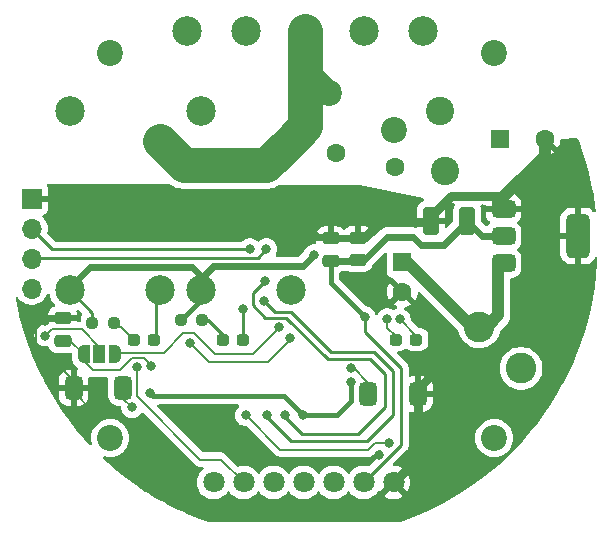
<source format=gtl>
G04 #@! TF.GenerationSoftware,KiCad,Pcbnew,8.0.8*
G04 #@! TF.CreationDate,2025-02-21T01:15:49+03:00*
G04 #@! TF.ProjectId,SMHome_2RelayBoardRound_ESP1M_v7,534d486f-6d65-45f3-9252-656c6179426f,12*
G04 #@! TF.SameCoordinates,Original*
G04 #@! TF.FileFunction,Copper,L1,Top*
G04 #@! TF.FilePolarity,Positive*
%FSLAX46Y46*%
G04 Gerber Fmt 4.6, Leading zero omitted, Abs format (unit mm)*
G04 Created by KiCad (PCBNEW 8.0.8) date 2025-02-21 01:15:49*
%MOMM*%
%LPD*%
G01*
G04 APERTURE LIST*
G04 Aperture macros list*
%AMRoundRect*
0 Rectangle with rounded corners*
0 $1 Rounding radius*
0 $2 $3 $4 $5 $6 $7 $8 $9 X,Y pos of 4 corners*
0 Add a 4 corners polygon primitive as box body*
4,1,4,$2,$3,$4,$5,$6,$7,$8,$9,$2,$3,0*
0 Add four circle primitives for the rounded corners*
1,1,$1+$1,$2,$3*
1,1,$1+$1,$4,$5*
1,1,$1+$1,$6,$7*
1,1,$1+$1,$8,$9*
0 Add four rect primitives between the rounded corners*
20,1,$1+$1,$2,$3,$4,$5,0*
20,1,$1+$1,$4,$5,$6,$7,0*
20,1,$1+$1,$6,$7,$8,$9,0*
20,1,$1+$1,$8,$9,$2,$3,0*%
%AMHorizOval*
0 Thick line with rounded ends*
0 $1 width*
0 $2 $3 position (X,Y) of the first rounded end (center of the circle)*
0 $4 $5 position (X,Y) of the second rounded end (center of the circle)*
0 Add line between two ends*
20,1,$1,$2,$3,$4,$5,0*
0 Add two circle primitives to create the rounded ends*
1,1,$1,$2,$3*
1,1,$1,$4,$5*%
%AMFreePoly0*
4,1,19,0.550000,-0.750000,0.000000,-0.750000,0.000000,-0.744911,-0.071157,-0.744911,-0.207708,-0.704816,-0.327430,-0.627875,-0.420627,-0.520320,-0.479746,-0.390866,-0.500000,-0.250000,-0.500000,0.250000,-0.479746,0.390866,-0.420627,0.520320,-0.327430,0.627875,-0.207708,0.704816,-0.071157,0.744911,0.000000,0.744911,0.000000,0.750000,0.550000,0.750000,0.550000,-0.750000,0.550000,-0.750000,
$1*%
%AMFreePoly1*
4,1,19,0.000000,0.744911,0.071157,0.744911,0.207708,0.704816,0.327430,0.627875,0.420627,0.520320,0.479746,0.390866,0.500000,0.250000,0.500000,-0.250000,0.479746,-0.390866,0.420627,-0.520320,0.327430,-0.627875,0.207708,-0.704816,0.071157,-0.744911,0.000000,-0.744911,0.000000,-0.750000,-0.550000,-0.750000,-0.550000,0.750000,0.000000,0.750000,0.000000,0.744911,0.000000,0.744911,
$1*%
G04 Aperture macros list end*
G04 #@! TA.AperFunction,SMDPad,CuDef*
%ADD10RoundRect,0.375000X-0.625000X-0.375000X0.625000X-0.375000X0.625000X0.375000X-0.625000X0.375000X0*%
G04 #@! TD*
G04 #@! TA.AperFunction,SMDPad,CuDef*
%ADD11RoundRect,0.500000X-0.500000X-1.400000X0.500000X-1.400000X0.500000X1.400000X-0.500000X1.400000X0*%
G04 #@! TD*
G04 #@! TA.AperFunction,SMDPad,CuDef*
%ADD12RoundRect,0.250000X0.475000X-0.250000X0.475000X0.250000X-0.475000X0.250000X-0.475000X-0.250000X0*%
G04 #@! TD*
G04 #@! TA.AperFunction,ComponentPad*
%ADD13C,1.800000*%
G04 #@! TD*
G04 #@! TA.AperFunction,ComponentPad*
%ADD14R,1.600000X1.600000*%
G04 #@! TD*
G04 #@! TA.AperFunction,ComponentPad*
%ADD15C,1.600000*%
G04 #@! TD*
G04 #@! TA.AperFunction,SMDPad,CuDef*
%ADD16RoundRect,0.250000X0.412500X0.925000X-0.412500X0.925000X-0.412500X-0.925000X0.412500X-0.925000X0*%
G04 #@! TD*
G04 #@! TA.AperFunction,SMDPad,CuDef*
%ADD17RoundRect,0.237500X0.287500X0.237500X-0.287500X0.237500X-0.287500X-0.237500X0.287500X-0.237500X0*%
G04 #@! TD*
G04 #@! TA.AperFunction,ComponentPad*
%ADD18C,2.500000*%
G04 #@! TD*
G04 #@! TA.AperFunction,ComponentPad*
%ADD19R,1.700000X1.700000*%
G04 #@! TD*
G04 #@! TA.AperFunction,ComponentPad*
%ADD20O,1.700000X1.700000*%
G04 #@! TD*
G04 #@! TA.AperFunction,SMDPad,CuDef*
%ADD21RoundRect,0.237500X-0.250000X-0.237500X0.250000X-0.237500X0.250000X0.237500X-0.250000X0.237500X0*%
G04 #@! TD*
G04 #@! TA.AperFunction,ComponentPad*
%ADD22C,2.200000*%
G04 #@! TD*
G04 #@! TA.AperFunction,SMDPad,CuDef*
%ADD23FreePoly0,0.000000*%
G04 #@! TD*
G04 #@! TA.AperFunction,SMDPad,CuDef*
%ADD24R,1.000000X1.500000*%
G04 #@! TD*
G04 #@! TA.AperFunction,SMDPad,CuDef*
%ADD25FreePoly1,0.000000*%
G04 #@! TD*
G04 #@! TA.AperFunction,SMDPad,CuDef*
%ADD26RoundRect,0.375000X0.375000X0.625000X-0.375000X0.625000X-0.375000X-0.625000X0.375000X-0.625000X0*%
G04 #@! TD*
G04 #@! TA.AperFunction,ComponentPad*
%ADD27C,2.600000*%
G04 #@! TD*
G04 #@! TA.AperFunction,ComponentPad*
%ADD28C,2.400000*%
G04 #@! TD*
G04 #@! TA.AperFunction,ComponentPad*
%ADD29HorizOval,2.400000X0.000000X0.000000X0.000000X0.000000X0*%
G04 #@! TD*
G04 #@! TA.AperFunction,SMDPad,CuDef*
%ADD30RoundRect,0.375000X-0.375000X-0.625000X0.375000X-0.625000X0.375000X0.625000X-0.375000X0.625000X0*%
G04 #@! TD*
G04 #@! TA.AperFunction,ViaPad*
%ADD31C,0.800000*%
G04 #@! TD*
G04 #@! TA.AperFunction,Conductor*
%ADD32C,0.600000*%
G04 #@! TD*
G04 #@! TA.AperFunction,Conductor*
%ADD33C,0.400000*%
G04 #@! TD*
G04 #@! TA.AperFunction,Conductor*
%ADD34C,0.800000*%
G04 #@! TD*
G04 #@! TA.AperFunction,Conductor*
%ADD35C,1.000000*%
G04 #@! TD*
G04 #@! TA.AperFunction,Conductor*
%ADD36C,0.200000*%
G04 #@! TD*
G04 #@! TA.AperFunction,Conductor*
%ADD37C,0.300000*%
G04 #@! TD*
G04 #@! TA.AperFunction,Conductor*
%ADD38C,0.250000*%
G04 #@! TD*
G04 #@! TA.AperFunction,Conductor*
%ADD39C,3.000000*%
G04 #@! TD*
G04 #@! TA.AperFunction,Conductor*
%ADD40C,2.000000*%
G04 #@! TD*
G04 APERTURE END LIST*
D10*
X165302800Y-101928300D03*
D11*
X171602800Y-104228300D03*
D10*
X165302800Y-104228300D03*
X165302800Y-106528300D03*
D12*
X152958800Y-106283800D03*
X152958800Y-104383800D03*
D13*
X140743600Y-125099400D03*
X143283600Y-125099400D03*
X145823600Y-125099400D03*
X148363600Y-125099400D03*
X150903600Y-125099400D03*
X153443600Y-125099400D03*
X155983600Y-125099400D03*
D14*
X165000949Y-96029400D03*
D15*
X168800949Y-96029400D03*
D12*
X127965200Y-113104000D03*
X127965200Y-111204000D03*
D16*
X162217900Y-102946200D03*
X159142900Y-102946200D03*
D12*
X150672800Y-106334600D03*
X150672800Y-104434600D03*
D17*
X143267400Y-113000000D03*
X141517400Y-113000000D03*
D18*
X128590040Y-93606620D03*
X136187180Y-96146620D03*
X128590040Y-108844080D03*
X136187180Y-108844080D03*
D19*
X125349000Y-101076600D03*
D20*
X125349000Y-103616600D03*
X125349000Y-106156600D03*
X125349000Y-108696600D03*
D21*
X137974700Y-111379000D03*
X139799700Y-111379000D03*
D15*
X156083600Y-98429400D03*
X151083600Y-97229400D03*
D22*
X164503100Y-88760300D03*
X150478000Y-92083000D03*
X156015200Y-95283400D03*
D21*
X130481700Y-111582200D03*
X132306700Y-111582200D03*
D23*
X129764000Y-114249200D03*
D24*
X131064000Y-114249200D03*
D25*
X132364000Y-114249200D03*
D22*
X164503100Y-121338500D03*
D17*
X157897800Y-113000000D03*
X156147800Y-113000000D03*
D18*
X158488400Y-86842600D03*
X153488400Y-86842600D03*
X148488400Y-86842600D03*
X143488400Y-86842600D03*
X138488400Y-86842600D03*
D26*
X133087800Y-117094000D03*
X128887800Y-117094000D03*
D22*
X131978400Y-88760300D03*
D27*
X166776400Y-115443000D03*
X163240866Y-111907466D03*
D28*
X159907981Y-93652068D03*
D29*
X160350732Y-98712737D03*
D14*
X156718000Y-106451400D03*
D15*
X156718000Y-108951400D03*
D18*
X139689840Y-93606620D03*
X147286980Y-96146620D03*
X139689840Y-108844080D03*
X147286980Y-108844080D03*
D22*
X131978400Y-121338500D03*
D30*
X153856000Y-117627400D03*
X158056000Y-117627400D03*
D17*
X135737600Y-113000000D03*
X133987600Y-113000000D03*
D31*
X126434800Y-111436200D03*
X159258000Y-115798600D03*
X169316400Y-110820200D03*
X169214800Y-113157000D03*
X169265600Y-111887000D03*
X141071600Y-120015000D03*
X170586400Y-110820200D03*
X154711400Y-122758200D03*
X170586400Y-111937800D03*
X148877800Y-103623600D03*
X170535600Y-113207800D03*
X154813000Y-103022400D03*
X130632200Y-119303800D03*
X135382000Y-117551200D03*
X152385600Y-116625800D03*
X153543000Y-111074200D03*
X148343600Y-119405400D03*
X156514800Y-111277400D03*
X149250400Y-105841800D03*
X152349200Y-115443000D03*
X145237200Y-119405400D03*
X144997000Y-109753400D03*
X143807608Y-105329800D03*
X146823600Y-119405400D03*
X145084763Y-108076963D03*
X145213600Y-105349400D03*
X143267400Y-110388400D03*
X147243800Y-112903000D03*
X155448000Y-111277400D03*
X138785600Y-113309400D03*
X155600400Y-121742200D03*
X143463600Y-119405400D03*
X146278600Y-111963200D03*
X135407400Y-115265200D03*
X133832600Y-118745000D03*
X134264400Y-115290600D03*
X126492000Y-112674400D03*
D32*
X149601300Y-104347100D02*
X148877800Y-103623600D01*
D33*
X156256400Y-125099400D02*
X155983600Y-125099400D01*
D34*
X159258000Y-115951000D02*
X158056000Y-117153000D01*
D35*
X168800949Y-97416451D02*
X168800949Y-96029400D01*
D34*
X154813000Y-103022400D02*
X153451600Y-104383800D01*
D36*
X125741200Y-112129800D02*
X125741200Y-113346000D01*
D34*
X152835700Y-104419400D02*
X152958800Y-104296300D01*
D36*
X130632200Y-119303800D02*
X130632200Y-119219400D01*
D35*
X159041300Y-103047800D02*
X159142900Y-102946200D01*
D34*
X154838400Y-103047800D02*
X159041300Y-103047800D01*
D32*
X150745100Y-104419400D02*
X152835700Y-104419400D01*
D37*
X126434800Y-111436200D02*
X126492000Y-111379000D01*
D34*
X164853600Y-101829400D02*
X164853600Y-100812600D01*
X162864800Y-115798600D02*
X166624000Y-112039400D01*
D37*
X126492000Y-111379000D02*
X127965200Y-111379000D01*
D34*
X158056000Y-117153000D02*
X158056000Y-117627400D01*
D35*
X164853600Y-101829400D02*
X164853600Y-101363800D01*
D34*
X166624000Y-112039400D02*
X170535600Y-112039400D01*
D36*
X126434800Y-111436200D02*
X125741200Y-112129800D01*
D34*
X158056000Y-117627400D02*
X158056000Y-123027000D01*
D36*
X125741200Y-113346000D02*
X128887800Y-116492600D01*
D34*
X154813000Y-103022400D02*
X154838400Y-103047800D01*
X153451600Y-104383800D02*
X152958800Y-104383800D01*
X150672800Y-104347100D02*
X150745100Y-104419400D01*
X158056000Y-123027000D02*
X155983600Y-125099400D01*
X160832800Y-100812600D02*
X159142900Y-102502500D01*
X170535600Y-112039400D02*
X169316400Y-110820200D01*
X159142900Y-102502500D02*
X159142900Y-102946200D01*
X159258000Y-115798600D02*
X162864800Y-115798600D01*
D36*
X128887800Y-117475000D02*
X128887800Y-117094000D01*
D34*
X164853600Y-100812600D02*
X160832800Y-100812600D01*
X159258000Y-115798600D02*
X159258000Y-115951000D01*
D36*
X128887800Y-116492600D02*
X128887800Y-117094000D01*
D35*
X164853600Y-101363800D02*
X168800949Y-97416451D01*
D32*
X150672800Y-104347100D02*
X149601300Y-104347100D01*
D36*
X130632200Y-119219400D02*
X128887800Y-117475000D01*
D32*
X152958800Y-104383800D02*
X152958800Y-104296300D01*
D33*
X152385600Y-116625800D02*
X152385600Y-118176900D01*
D32*
X150672800Y-106422100D02*
X150745100Y-106349800D01*
D33*
X148336000Y-119405400D02*
X148343600Y-119405400D01*
D32*
X158292800Y-104952800D02*
X160211300Y-104952800D01*
X155397200Y-104317800D02*
X157657800Y-104317800D01*
X157657800Y-104317800D02*
X158292800Y-104952800D01*
D33*
X125349000Y-108813600D02*
X125349000Y-108696600D01*
D38*
X153543000Y-111074200D02*
X153543000Y-112318800D01*
D32*
X160211300Y-104952800D02*
X162217900Y-102946200D01*
D33*
X151157100Y-119405400D02*
X148343600Y-119405400D01*
D38*
X153543000Y-112318800D02*
X156616400Y-115392200D01*
D32*
X164766800Y-104216200D02*
X163487900Y-104216200D01*
D33*
X146710400Y-117779800D02*
X148336000Y-119405400D01*
X135382000Y-117551200D02*
X135610600Y-117779800D01*
X150672800Y-108204000D02*
X150672800Y-106422100D01*
D32*
X163487900Y-104216200D02*
X162217900Y-102946200D01*
D33*
X135610600Y-117779800D02*
X146710400Y-117779800D01*
X153543000Y-111074200D02*
X150672800Y-108204000D01*
X152385600Y-118176900D02*
X151157100Y-119405400D01*
D32*
X164853600Y-104129400D02*
X164766800Y-104216200D01*
X153365200Y-106349800D02*
X155397200Y-104317800D01*
D38*
X156616400Y-121926600D02*
X153443600Y-125099400D01*
D32*
X150745100Y-106349800D02*
X153365200Y-106349800D01*
D38*
X156616400Y-115392200D02*
X156616400Y-121926600D01*
D36*
X156514800Y-111277400D02*
X157897800Y-112660400D01*
X157897800Y-112660400D02*
X157897800Y-112852200D01*
D38*
X130481700Y-110735740D02*
X128590040Y-108844080D01*
D35*
X162356800Y-111683800D02*
X164124000Y-111683800D01*
D32*
X140733600Y-106789400D02*
X139689840Y-107833160D01*
X139689840Y-107833160D02*
X139689840Y-108844080D01*
D35*
X164853600Y-110954200D02*
X164853600Y-106429400D01*
X156718000Y-106451400D02*
X157124400Y-106451400D01*
D32*
X128590040Y-108844080D02*
X128590040Y-108569760D01*
X138919600Y-106839400D02*
X139689840Y-107609640D01*
D35*
X164124000Y-111683800D02*
X164853600Y-110954200D01*
D32*
X146733600Y-106789400D02*
X140733600Y-106789400D01*
D33*
X139689840Y-109663860D02*
X137974700Y-111379000D01*
D35*
X157124400Y-106451400D02*
X162356800Y-111683800D01*
D32*
X130320400Y-106839400D02*
X138919600Y-106839400D01*
D33*
X139689840Y-108844080D02*
X139689840Y-109663860D01*
D32*
X139689840Y-107609640D02*
X139689840Y-108844080D01*
X128590040Y-108569760D02*
X130320400Y-106839400D01*
X149250400Y-105841800D02*
X148302800Y-106789400D01*
D38*
X130481700Y-111582200D02*
X130481700Y-110735740D01*
D32*
X148302800Y-106789400D02*
X146733600Y-106789400D01*
D36*
X152349200Y-115443000D02*
X152603200Y-115443000D01*
X152603200Y-115443000D02*
X153856000Y-116695800D01*
X153856000Y-116695800D02*
X153856000Y-117627400D01*
D38*
X143788008Y-105349400D02*
X127081800Y-105349400D01*
X150687968Y-114071400D02*
X147284368Y-110667800D01*
X155956000Y-119354600D02*
X155956000Y-115697000D01*
X153720800Y-121589800D02*
X155956000Y-119354600D01*
X154330400Y-114071400D02*
X150687968Y-114071400D01*
X127081800Y-105349400D02*
X125349000Y-103616600D01*
X143807608Y-105329800D02*
X143788008Y-105349400D01*
X147284368Y-110667800D02*
X145911400Y-110667800D01*
X155956000Y-115697000D02*
X154330400Y-114071400D01*
X145237200Y-119405400D02*
X145237200Y-119519396D01*
X145237200Y-119519396D02*
X147307604Y-121589800D01*
X147307604Y-121589800D02*
X153720800Y-121589800D01*
X145911400Y-110667800D02*
X144997000Y-109753400D01*
X125450800Y-106054800D02*
X125349000Y-106156600D01*
X146823600Y-119569400D02*
X146823600Y-119405400D01*
X153009600Y-120980200D02*
X148234400Y-120980200D01*
X145213600Y-105349400D02*
X144508200Y-106054800D01*
X145135600Y-111175800D02*
X146913600Y-111175800D01*
X146913600Y-111175800D02*
X150418800Y-114681000D01*
X144508200Y-106054800D02*
X125450800Y-106054800D01*
X148234400Y-120980200D02*
X146823600Y-119569400D01*
X144068800Y-109092926D02*
X144068800Y-110109000D01*
X154025600Y-114681000D02*
X155295600Y-115951000D01*
X155295600Y-115951000D02*
X155295600Y-118694200D01*
X144068800Y-110109000D02*
X145135600Y-111175800D01*
X155295600Y-118694200D02*
X153009600Y-120980200D01*
X150418800Y-114681000D02*
X154025600Y-114681000D01*
X145084763Y-108076963D02*
X144068800Y-109092926D01*
X135839200Y-112496600D02*
X135737600Y-112598200D01*
X136187180Y-108844080D02*
X135839200Y-109192060D01*
X135839200Y-109192060D02*
X135839200Y-112496600D01*
X143267400Y-110388400D02*
X143267400Y-112598200D01*
D36*
X155448000Y-111988600D02*
X156147800Y-112688400D01*
X140385800Y-114909600D02*
X138785600Y-113309400D01*
X155448000Y-111277400D02*
X155448000Y-111988600D01*
X145338800Y-114909600D02*
X140385800Y-114909600D01*
X156147800Y-112688400D02*
X156147800Y-112852200D01*
X147243800Y-113004600D02*
X145338800Y-114909600D01*
X147243800Y-112903000D02*
X147243800Y-113004600D01*
X132900000Y-111912400D02*
X132636900Y-111912400D01*
X132636900Y-111912400D02*
X132306700Y-111582200D01*
X133987600Y-113000000D02*
X132900000Y-111912400D01*
D38*
X139799700Y-111379000D02*
X140298200Y-111379000D01*
X140298200Y-111379000D02*
X141517400Y-112598200D01*
D36*
X146405600Y-122326400D02*
X143484600Y-119405400D01*
X155600400Y-121742200D02*
X154432000Y-121742200D01*
X154432000Y-121742200D02*
X153847800Y-122326400D01*
X143484600Y-119405400D02*
X143463600Y-119405400D01*
X153847800Y-122326400D02*
X146405600Y-122326400D01*
D39*
X138262360Y-98221800D02*
X136187180Y-96146620D01*
X148488400Y-94945200D02*
X148488400Y-86842600D01*
D40*
X148488400Y-90093400D02*
X150478000Y-92083000D01*
D39*
X147286980Y-96146620D02*
X145211800Y-98221800D01*
X145211800Y-98221800D02*
X138262360Y-98221800D01*
X147286980Y-96146620D02*
X148488400Y-94945200D01*
X148488400Y-86842600D02*
X148488400Y-90093400D01*
D36*
X146278600Y-112039400D02*
X144068800Y-114249200D01*
X144068800Y-114249200D02*
X140868400Y-114249200D01*
X132516400Y-114096800D02*
X132364000Y-114249200D01*
X139065000Y-112445800D02*
X138176000Y-112445800D01*
X140868400Y-114249200D02*
X139065000Y-112445800D01*
X146278600Y-111963200D02*
X146278600Y-112039400D01*
X138176000Y-112445800D02*
X136525000Y-114096800D01*
X136525000Y-114096800D02*
X132516400Y-114096800D01*
X135407400Y-115265200D02*
X135407400Y-115138200D01*
X134859800Y-114590600D02*
X133822050Y-114590600D01*
X133822050Y-114590600D02*
X132817250Y-115595400D01*
X128618800Y-113104000D02*
X129764000Y-114249200D01*
X135407400Y-115138200D02*
X134859800Y-114590600D01*
X130530600Y-115595400D02*
X129764000Y-114828800D01*
X127965200Y-113104000D02*
X128618800Y-113104000D01*
X129764000Y-114828800D02*
X129764000Y-114249200D01*
X132817250Y-115595400D02*
X130530600Y-115595400D01*
X133087800Y-118000200D02*
X133087800Y-117094000D01*
X133832600Y-118745000D02*
X133087800Y-118000200D01*
X134264400Y-115290600D02*
X134264400Y-117805200D01*
X134264400Y-117805200D02*
X139623800Y-123164600D01*
X139623800Y-123164600D02*
X141348800Y-123164600D01*
X141348800Y-123164600D02*
X143283600Y-125099400D01*
X127025400Y-112141000D02*
X129616200Y-112141000D01*
X131064000Y-113588800D02*
X131064000Y-114249200D01*
X126492000Y-112674400D02*
X127025400Y-112141000D01*
X129616200Y-112141000D02*
X131064000Y-113588800D01*
G04 #@! TA.AperFunction,Conductor*
G36*
X171537800Y-95938735D02*
G01*
X171586915Y-95990002D01*
X171591855Y-96000733D01*
X171638687Y-96116447D01*
X171640447Y-96121052D01*
X171843719Y-96685897D01*
X171958280Y-97004237D01*
X171967761Y-97030581D01*
X171969339Y-97035252D01*
X172260823Y-97956899D01*
X172262217Y-97961627D01*
X172517416Y-98893937D01*
X172518625Y-98898717D01*
X172737167Y-99840346D01*
X172738187Y-99845169D01*
X172919721Y-100794595D01*
X172920552Y-100799455D01*
X173064806Y-101755266D01*
X173065446Y-101760154D01*
X173102343Y-102092207D01*
X173089987Y-102162120D01*
X173041794Y-102214254D01*
X172973066Y-102232057D01*
X172905623Y-102209876D01*
X172879715Y-102186055D01*
X172819013Y-102112090D01*
X172665524Y-101986124D01*
X172490414Y-101892525D01*
X172490399Y-101892519D01*
X172300406Y-101834885D01*
X172300394Y-101834883D01*
X172152326Y-101820300D01*
X171856800Y-101820300D01*
X171856800Y-106636300D01*
X172152309Y-106636300D01*
X172152326Y-106636299D01*
X172300394Y-106621716D01*
X172300406Y-106621714D01*
X172490399Y-106564080D01*
X172490414Y-106564074D01*
X172665524Y-106470475D01*
X172819011Y-106344511D01*
X172944975Y-106191024D01*
X173006657Y-106075626D01*
X173056409Y-106024978D01*
X173125645Y-106009268D01*
X173192384Y-106033484D01*
X173235437Y-106089937D01*
X173243647Y-106140798D01*
X173222434Y-106603094D01*
X173222111Y-106608013D01*
X173140063Y-107571126D01*
X173139549Y-107576029D01*
X173019882Y-108535241D01*
X173019176Y-108540120D01*
X172862082Y-109493893D01*
X172861186Y-109498741D01*
X172666893Y-110445673D01*
X172665807Y-110450482D01*
X172434633Y-111389032D01*
X172433361Y-111393795D01*
X172165636Y-112322625D01*
X172164178Y-112327335D01*
X171860327Y-113244969D01*
X171858686Y-113249618D01*
X171519173Y-114154653D01*
X171517352Y-114159234D01*
X171142679Y-115050333D01*
X171140679Y-115054839D01*
X170731456Y-115930549D01*
X170729282Y-115934974D01*
X170286095Y-116794044D01*
X170283749Y-116798380D01*
X169807320Y-117639410D01*
X169804807Y-117643652D01*
X169295814Y-118465445D01*
X169293137Y-118469584D01*
X168752392Y-119270828D01*
X168749554Y-119274860D01*
X168177892Y-120054319D01*
X168174899Y-120058237D01*
X167573176Y-120814743D01*
X167570033Y-120818540D01*
X166939173Y-121550933D01*
X166935883Y-121554605D01*
X166276852Y-122261760D01*
X166273421Y-122265300D01*
X165587233Y-122946133D01*
X165583666Y-122949536D01*
X164871366Y-123603005D01*
X164867668Y-123606266D01*
X164130368Y-124231356D01*
X164126546Y-124234470D01*
X163365341Y-124830250D01*
X163361400Y-124833212D01*
X162577481Y-125398752D01*
X162573427Y-125401558D01*
X161767980Y-125935999D01*
X161763820Y-125938644D01*
X160938068Y-126441178D01*
X160933807Y-126443658D01*
X160089040Y-126913498D01*
X160084686Y-126915809D01*
X159222200Y-127352235D01*
X159217758Y-127354375D01*
X158338836Y-127756737D01*
X158334314Y-127758701D01*
X157440323Y-128126371D01*
X157435728Y-128128156D01*
X156576532Y-128442815D01*
X156533202Y-128450500D01*
X140291428Y-128450500D01*
X140247932Y-128442754D01*
X139374093Y-128121340D01*
X139369426Y-128119518D01*
X138497174Y-127758701D01*
X138461186Y-127743814D01*
X138456614Y-127741815D01*
X138230538Y-127637586D01*
X137564038Y-127330305D01*
X137559531Y-127328117D01*
X136684053Y-126881464D01*
X136679636Y-126879099D01*
X135822593Y-126397985D01*
X135818273Y-126395446D01*
X135814667Y-126393229D01*
X135185827Y-126006563D01*
X134981011Y-125880624D01*
X134976817Y-125877929D01*
X134160689Y-125330231D01*
X134156602Y-125327368D01*
X133362917Y-124747674D01*
X133358930Y-124744639D01*
X132588912Y-124133845D01*
X132585049Y-124130654D01*
X132362085Y-123938870D01*
X131839898Y-123489707D01*
X131836192Y-123486389D01*
X131423560Y-123101884D01*
X131387360Y-123040811D01*
X131389924Y-122969861D01*
X131430440Y-122911560D01*
X131496044Y-122884419D01*
X131538867Y-122887183D01*
X131725997Y-122932109D01*
X131978400Y-122951974D01*
X132230803Y-122932109D01*
X132476991Y-122873005D01*
X132710902Y-122776116D01*
X132926776Y-122643828D01*
X133119298Y-122479398D01*
X133283728Y-122286876D01*
X133416016Y-122071002D01*
X133512905Y-121837091D01*
X133572009Y-121590903D01*
X133591874Y-121338500D01*
X133572009Y-121086097D01*
X133512905Y-120839909D01*
X133416016Y-120605998D01*
X133283728Y-120390124D01*
X133119298Y-120197602D01*
X132926776Y-120033172D01*
X132710902Y-119900884D01*
X132593113Y-119852094D01*
X132476989Y-119803994D01*
X132308577Y-119763562D01*
X132230803Y-119744891D01*
X131978400Y-119725026D01*
X131725997Y-119744891D01*
X131479810Y-119803994D01*
X131245899Y-119900883D01*
X131030025Y-120033171D01*
X130837502Y-120197602D01*
X130673071Y-120390125D01*
X130540783Y-120605999D01*
X130443894Y-120839910D01*
X130384791Y-121086097D01*
X130364926Y-121338500D01*
X130384791Y-121590903D01*
X130428325Y-121772238D01*
X130424777Y-121843146D01*
X130383457Y-121900879D01*
X130317484Y-121927109D01*
X130247802Y-121913506D01*
X130212855Y-121886717D01*
X129754674Y-121386067D01*
X129751366Y-121382304D01*
X129293242Y-120839910D01*
X129117156Y-120631432D01*
X129114038Y-120627589D01*
X128510178Y-119852090D01*
X128507182Y-119848081D01*
X128475586Y-119803994D01*
X127934621Y-119049178D01*
X127931812Y-119045088D01*
X127391480Y-118224076D01*
X127388811Y-118219840D01*
X127378400Y-118202562D01*
X127124262Y-117780800D01*
X127629800Y-117780800D01*
X127635868Y-117857901D01*
X127683907Y-118037181D01*
X127768174Y-118202562D01*
X127768176Y-118202565D01*
X127884985Y-118346814D01*
X128029234Y-118463623D01*
X128029237Y-118463625D01*
X128194618Y-118547892D01*
X128373898Y-118595931D01*
X128450999Y-118602000D01*
X128633800Y-118602000D01*
X129141800Y-118602000D01*
X129324601Y-118602000D01*
X129401701Y-118595931D01*
X129580981Y-118547892D01*
X129746362Y-118463625D01*
X129746365Y-118463623D01*
X129890614Y-118346814D01*
X130007423Y-118202565D01*
X130007425Y-118202562D01*
X130091692Y-118037181D01*
X130139731Y-117857901D01*
X130145800Y-117780800D01*
X130145800Y-117348000D01*
X129141800Y-117348000D01*
X129141800Y-118602000D01*
X128633800Y-118602000D01*
X128633800Y-117348000D01*
X127629800Y-117348000D01*
X127629800Y-117780800D01*
X127124262Y-117780800D01*
X126881537Y-117377979D01*
X126879059Y-117373676D01*
X126405635Y-116512275D01*
X126403350Y-116507913D01*
X126353104Y-116407199D01*
X127629800Y-116407199D01*
X127629800Y-116840000D01*
X128633800Y-116840000D01*
X128633800Y-115586000D01*
X128450999Y-115586000D01*
X128373898Y-115592068D01*
X128194618Y-115640107D01*
X128029237Y-115724374D01*
X128029234Y-115724376D01*
X127884985Y-115841185D01*
X127768176Y-115985434D01*
X127768174Y-115985437D01*
X127683907Y-116150818D01*
X127635868Y-116330098D01*
X127629800Y-116407199D01*
X126353104Y-116407199D01*
X125964551Y-115628383D01*
X125962444Y-115623942D01*
X125558938Y-114727616D01*
X125556996Y-114723060D01*
X125553584Y-114714598D01*
X125306258Y-114101140D01*
X125189487Y-113811505D01*
X125187706Y-113806822D01*
X124987053Y-113245780D01*
X124856718Y-112881354D01*
X124855130Y-112876619D01*
X124853588Y-112871700D01*
X124561204Y-111938746D01*
X124559802Y-111933937D01*
X124546113Y-111883282D01*
X124303389Y-110985101D01*
X124302181Y-110980245D01*
X124269218Y-110835670D01*
X124083703Y-110022007D01*
X124082688Y-110017111D01*
X123996046Y-109552591D01*
X124003219Y-109481960D01*
X124047440Y-109426417D01*
X124114670Y-109403599D01*
X124183563Y-109420751D01*
X124225393Y-109460575D01*
X124273275Y-109533865D01*
X124273279Y-109533870D01*
X124425762Y-109699508D01*
X124438645Y-109709535D01*
X124603424Y-109837789D01*
X124801426Y-109944942D01*
X124801427Y-109944942D01*
X124801428Y-109944943D01*
X124879457Y-109971730D01*
X125014365Y-110018044D01*
X125236431Y-110055100D01*
X125236435Y-110055100D01*
X125461565Y-110055100D01*
X125461569Y-110055100D01*
X125683635Y-110018044D01*
X125896574Y-109944942D01*
X126094576Y-109837789D01*
X126272240Y-109699506D01*
X126424722Y-109533868D01*
X126547860Y-109345391D01*
X126626660Y-109165743D01*
X126672339Y-109111397D01*
X126740151Y-109090373D01*
X126808565Y-109109349D01*
X126855860Y-109162299D01*
X126864887Y-109188321D01*
X126900738Y-109345393D01*
X126904953Y-109363860D01*
X126956000Y-109493925D01*
X127001242Y-109609200D01*
X127001245Y-109609208D01*
X127133022Y-109837452D01*
X127133024Y-109837455D01*
X127133025Y-109837456D01*
X127293351Y-110038499D01*
X127295587Y-110041302D01*
X127322421Y-110107032D01*
X127309459Y-110176836D01*
X127260816Y-110228550D01*
X127236709Y-110239466D01*
X127167678Y-110262340D01*
X127016860Y-110355365D01*
X127016854Y-110355370D01*
X126891570Y-110480654D01*
X126891565Y-110480660D01*
X126798542Y-110631474D01*
X126742806Y-110799678D01*
X126742805Y-110799681D01*
X126732200Y-110903483D01*
X126732200Y-110950000D01*
X129198200Y-110950000D01*
X129198200Y-110903483D01*
X129187594Y-110799681D01*
X129187592Y-110799669D01*
X129137970Y-110649921D01*
X129135529Y-110578967D01*
X129171837Y-110517956D01*
X129220439Y-110489885D01*
X129232122Y-110486282D01*
X129238805Y-110484221D01*
X129239486Y-110486432D01*
X129300700Y-110480846D01*
X129363667Y-110513644D01*
X129365429Y-110515373D01*
X129605043Y-110754987D01*
X129639069Y-110817299D01*
X129634004Y-110888114D01*
X129623189Y-110910229D01*
X129550991Y-111027280D01*
X129496137Y-111192822D01*
X129485700Y-111294978D01*
X129485700Y-111406500D01*
X129465698Y-111474621D01*
X129412042Y-111521114D01*
X129359700Y-111532500D01*
X129324200Y-111532500D01*
X129256079Y-111512498D01*
X129238174Y-111491834D01*
X129235105Y-111494904D01*
X129198201Y-111458000D01*
X126732200Y-111458000D01*
X126732200Y-111504515D01*
X126733859Y-111520763D01*
X126720880Y-111590563D01*
X126672225Y-111642266D01*
X126671514Y-111642679D01*
X126651779Y-111654073D01*
X126651771Y-111654079D01*
X126614314Y-111691537D01*
X126576854Y-111728996D01*
X126514545Y-111763020D01*
X126487761Y-111765900D01*
X126396513Y-111765900D01*
X126209711Y-111805606D01*
X126035247Y-111883282D01*
X125880744Y-111995535D01*
X125752965Y-112137448D01*
X125752958Y-112137458D01*
X125657476Y-112302838D01*
X125657473Y-112302845D01*
X125598457Y-112484472D01*
X125578496Y-112674400D01*
X125598457Y-112864327D01*
X125623519Y-112941456D01*
X125657473Y-113045956D01*
X125679007Y-113083254D01*
X125752958Y-113211341D01*
X125752965Y-113211351D01*
X125880744Y-113353264D01*
X125880747Y-113353266D01*
X126035248Y-113465518D01*
X126209712Y-113543194D01*
X126396513Y-113582900D01*
X126587485Y-113582900D01*
X126587487Y-113582900D01*
X126644856Y-113570705D01*
X126715643Y-113576105D01*
X126772276Y-113618921D01*
X126790655Y-113654316D01*
X126797696Y-113675566D01*
X126798085Y-113676738D01*
X126849487Y-113760074D01*
X126891170Y-113827652D01*
X126891175Y-113827658D01*
X127016541Y-113953024D01*
X127016547Y-113953029D01*
X127016548Y-113953030D01*
X127167462Y-114046115D01*
X127335774Y-114101887D01*
X127439655Y-114112500D01*
X128490744Y-114112499D01*
X128594626Y-114101887D01*
X128594635Y-114101883D01*
X128598112Y-114101140D01*
X128600322Y-114101305D01*
X128601470Y-114101188D01*
X128601490Y-114101392D01*
X128668911Y-114106432D01*
X128725610Y-114149161D01*
X128750207Y-114215760D01*
X128750500Y-114224346D01*
X128750500Y-114514921D01*
X128750585Y-114515712D01*
X128750585Y-114572284D01*
X128769764Y-114705670D01*
X128769764Y-114705675D01*
X128769765Y-114705675D01*
X128771047Y-114714598D01*
X128812223Y-114854826D01*
X128812229Y-114854841D01*
X128871950Y-114985612D01*
X128871953Y-114985617D01*
X128950968Y-115108568D01*
X128950970Y-115108570D01*
X129042213Y-115213872D01*
X129043630Y-115215629D01*
X129045125Y-115217233D01*
X129155584Y-115312945D01*
X129219471Y-115354003D01*
X129265964Y-115407658D01*
X129276068Y-115477931D01*
X129246575Y-115542512D01*
X129186848Y-115580896D01*
X129151350Y-115586000D01*
X129141800Y-115586000D01*
X129141800Y-116840000D01*
X130145800Y-116840000D01*
X130145800Y-116407199D01*
X130139731Y-116330100D01*
X130135748Y-116315234D01*
X130137436Y-116244258D01*
X130177229Y-116185461D01*
X130242493Y-116157512D01*
X130290067Y-116160915D01*
X130295725Y-116162431D01*
X130295727Y-116162432D01*
X130320817Y-116169154D01*
X130339489Y-116174158D01*
X130339490Y-116174158D01*
X130450489Y-116203900D01*
X130450490Y-116203900D01*
X130610710Y-116203900D01*
X131708991Y-116203900D01*
X131777112Y-116223902D01*
X131823605Y-116277558D01*
X131834602Y-116339787D01*
X131829300Y-116407145D01*
X131829300Y-117780841D01*
X131835369Y-117857969D01*
X131883437Y-118037360D01*
X131967752Y-118202837D01*
X131967757Y-118202846D01*
X132084629Y-118347170D01*
X132228953Y-118464042D01*
X132228958Y-118464045D01*
X132228961Y-118464047D01*
X132394438Y-118548362D01*
X132573829Y-118596430D01*
X132650957Y-118602500D01*
X132777359Y-118602499D01*
X132845480Y-118622501D01*
X132866455Y-118639404D01*
X132882191Y-118655140D01*
X132916217Y-118717452D01*
X132919096Y-118744235D01*
X132919096Y-118744999D01*
X132939057Y-118934927D01*
X132959370Y-118997442D01*
X132998073Y-119116556D01*
X132998076Y-119116561D01*
X133093558Y-119281941D01*
X133093565Y-119281951D01*
X133221344Y-119423864D01*
X133221347Y-119423866D01*
X133375848Y-119536118D01*
X133550312Y-119613794D01*
X133737113Y-119653500D01*
X133928087Y-119653500D01*
X134114888Y-119613794D01*
X134289352Y-119536118D01*
X134443853Y-119423866D01*
X134571640Y-119281944D01*
X134602624Y-119228278D01*
X134654003Y-119179287D01*
X134723717Y-119165850D01*
X134789628Y-119192237D01*
X134800836Y-119202185D01*
X139250165Y-123651515D01*
X139250170Y-123651519D01*
X139250172Y-123651521D01*
X139250173Y-123651522D01*
X139250175Y-123651523D01*
X139318378Y-123690900D01*
X139388927Y-123731632D01*
X139466308Y-123752366D01*
X139543689Y-123773100D01*
X139543690Y-123773100D01*
X139703910Y-123773100D01*
X139787426Y-123773100D01*
X139855547Y-123793102D01*
X139902040Y-123846758D01*
X139912144Y-123917032D01*
X139882650Y-123981612D01*
X139864819Y-123998529D01*
X139831323Y-124024600D01*
X139786378Y-124059583D01*
X139786374Y-124059586D01*
X139628285Y-124231316D01*
X139500615Y-124426731D01*
X139406852Y-124640489D01*
X139406849Y-124640496D01*
X139349550Y-124866766D01*
X139349549Y-124866772D01*
X139349549Y-124866774D01*
X139330273Y-125099400D01*
X139349401Y-125330242D01*
X139349550Y-125332033D01*
X139406849Y-125558303D01*
X139406852Y-125558310D01*
X139500615Y-125772068D01*
X139628285Y-125967483D01*
X139786374Y-126139213D01*
X139786378Y-126139217D01*
X139852250Y-126190487D01*
X139970583Y-126282590D01*
X140175873Y-126393687D01*
X140396649Y-126469480D01*
X140626888Y-126507900D01*
X140626892Y-126507900D01*
X140860308Y-126507900D01*
X140860312Y-126507900D01*
X141090551Y-126469480D01*
X141311327Y-126393687D01*
X141516617Y-126282590D01*
X141700820Y-126139218D01*
X141858914Y-125967483D01*
X141908117Y-125892171D01*
X141962120Y-125846083D01*
X142032468Y-125836508D01*
X142096825Y-125866485D01*
X142119083Y-125892172D01*
X142168285Y-125967483D01*
X142326374Y-126139213D01*
X142326378Y-126139217D01*
X142392250Y-126190487D01*
X142510583Y-126282590D01*
X142715873Y-126393687D01*
X142936649Y-126469480D01*
X143166888Y-126507900D01*
X143166892Y-126507900D01*
X143400308Y-126507900D01*
X143400312Y-126507900D01*
X143630551Y-126469480D01*
X143851327Y-126393687D01*
X144056617Y-126282590D01*
X144240820Y-126139218D01*
X144398914Y-125967483D01*
X144448117Y-125892171D01*
X144502120Y-125846083D01*
X144572468Y-125836508D01*
X144636825Y-125866485D01*
X144659083Y-125892172D01*
X144708285Y-125967483D01*
X144866374Y-126139213D01*
X144866378Y-126139217D01*
X144932250Y-126190487D01*
X145050583Y-126282590D01*
X145255873Y-126393687D01*
X145476649Y-126469480D01*
X145706888Y-126507900D01*
X145706892Y-126507900D01*
X145940308Y-126507900D01*
X145940312Y-126507900D01*
X146170551Y-126469480D01*
X146391327Y-126393687D01*
X146596617Y-126282590D01*
X146780820Y-126139218D01*
X146938914Y-125967483D01*
X146988117Y-125892171D01*
X147042120Y-125846083D01*
X147112468Y-125836508D01*
X147176825Y-125866485D01*
X147199083Y-125892172D01*
X147248285Y-125967483D01*
X147406374Y-126139213D01*
X147406378Y-126139217D01*
X147472250Y-126190487D01*
X147590583Y-126282590D01*
X147795873Y-126393687D01*
X148016649Y-126469480D01*
X148246888Y-126507900D01*
X148246892Y-126507900D01*
X148480308Y-126507900D01*
X148480312Y-126507900D01*
X148710551Y-126469480D01*
X148931327Y-126393687D01*
X149136617Y-126282590D01*
X149320820Y-126139218D01*
X149478914Y-125967483D01*
X149528117Y-125892171D01*
X149582120Y-125846083D01*
X149652468Y-125836508D01*
X149716825Y-125866485D01*
X149739083Y-125892172D01*
X149788285Y-125967483D01*
X149946374Y-126139213D01*
X149946378Y-126139217D01*
X150012250Y-126190487D01*
X150130583Y-126282590D01*
X150335873Y-126393687D01*
X150556649Y-126469480D01*
X150786888Y-126507900D01*
X150786892Y-126507900D01*
X151020308Y-126507900D01*
X151020312Y-126507900D01*
X151250551Y-126469480D01*
X151471327Y-126393687D01*
X151676617Y-126282590D01*
X151860820Y-126139218D01*
X152018914Y-125967483D01*
X152068117Y-125892171D01*
X152122120Y-125846083D01*
X152192468Y-125836508D01*
X152256825Y-125866485D01*
X152279083Y-125892172D01*
X152328285Y-125967483D01*
X152486374Y-126139213D01*
X152486378Y-126139217D01*
X152552250Y-126190487D01*
X152670583Y-126282590D01*
X152875873Y-126393687D01*
X153096649Y-126469480D01*
X153326888Y-126507900D01*
X153326892Y-126507900D01*
X153560308Y-126507900D01*
X153560312Y-126507900D01*
X153790551Y-126469480D01*
X154011327Y-126393687D01*
X154216617Y-126282590D01*
X154400820Y-126139218D01*
X154558914Y-125967483D01*
X154608415Y-125891714D01*
X154662416Y-125845628D01*
X154732764Y-125836052D01*
X154797122Y-125866028D01*
X154819380Y-125891715D01*
X154824395Y-125899391D01*
X154824396Y-125899392D01*
X155458616Y-125265172D01*
X155471082Y-125311692D01*
X155543490Y-125437108D01*
X155645892Y-125539510D01*
X155771308Y-125611918D01*
X155817826Y-125624382D01*
X155182280Y-126259928D01*
X155182281Y-126259929D01*
X155210849Y-126282165D01*
X155210858Y-126282171D01*
X155416074Y-126393227D01*
X155416077Y-126393229D01*
X155636767Y-126468992D01*
X155636776Y-126468994D01*
X155866934Y-126507400D01*
X156100266Y-126507400D01*
X156330423Y-126468994D01*
X156330432Y-126468992D01*
X156551122Y-126393229D01*
X156551125Y-126393227D01*
X156756338Y-126282172D01*
X156784917Y-126259928D01*
X156149372Y-125624382D01*
X156195892Y-125611918D01*
X156321308Y-125539510D01*
X156423710Y-125437108D01*
X156496118Y-125311692D01*
X156508583Y-125265171D01*
X157142803Y-125899391D01*
X157226144Y-125771827D01*
X157319873Y-125558147D01*
X157319875Y-125558143D01*
X157377155Y-125331949D01*
X157396425Y-125099400D01*
X157377155Y-124866850D01*
X157319875Y-124640656D01*
X157319873Y-124640652D01*
X157226147Y-124426978D01*
X157226140Y-124426966D01*
X157142802Y-124299407D01*
X156508582Y-124933626D01*
X156496118Y-124887108D01*
X156423710Y-124761692D01*
X156321308Y-124659290D01*
X156195892Y-124586882D01*
X156149372Y-124574416D01*
X156784918Y-123938870D01*
X156756343Y-123916629D01*
X156756341Y-123916628D01*
X156551125Y-123805572D01*
X156551122Y-123805570D01*
X156330432Y-123729807D01*
X156330423Y-123729805D01*
X156100266Y-123691400D01*
X156051694Y-123691400D01*
X155983573Y-123671398D01*
X155937080Y-123617742D01*
X155926976Y-123547468D01*
X155956470Y-123482888D01*
X155962585Y-123476318D01*
X157108472Y-122330433D01*
X157177801Y-122226675D01*
X157225555Y-122111385D01*
X157249900Y-121988994D01*
X157249900Y-121864206D01*
X157249900Y-121338500D01*
X162889626Y-121338500D01*
X162909491Y-121590902D01*
X162968594Y-121837089D01*
X163005882Y-121927109D01*
X163065484Y-122071002D01*
X163197772Y-122286876D01*
X163362202Y-122479398D01*
X163554724Y-122643828D01*
X163770598Y-122776116D01*
X164004509Y-122873005D01*
X164250697Y-122932109D01*
X164503100Y-122951974D01*
X164755503Y-122932109D01*
X165001691Y-122873005D01*
X165235602Y-122776116D01*
X165451476Y-122643828D01*
X165643998Y-122479398D01*
X165808428Y-122286876D01*
X165940716Y-122071002D01*
X166037605Y-121837091D01*
X166096709Y-121590903D01*
X166116574Y-121338500D01*
X166096709Y-121086097D01*
X166037605Y-120839909D01*
X165940716Y-120605998D01*
X165808428Y-120390124D01*
X165643998Y-120197602D01*
X165451476Y-120033172D01*
X165235602Y-119900884D01*
X165117813Y-119852094D01*
X165001689Y-119803994D01*
X164833277Y-119763562D01*
X164755503Y-119744891D01*
X164503100Y-119725026D01*
X164250697Y-119744891D01*
X164004510Y-119803994D01*
X163770599Y-119900883D01*
X163554725Y-120033171D01*
X163362202Y-120197602D01*
X163197771Y-120390125D01*
X163065483Y-120605999D01*
X162968594Y-120839910D01*
X162909491Y-121086097D01*
X162889626Y-121338500D01*
X157249900Y-121338500D01*
X157249900Y-119215242D01*
X157269902Y-119147121D01*
X157323558Y-119100628D01*
X157393832Y-119090524D01*
X157408512Y-119093536D01*
X157542098Y-119129331D01*
X157619199Y-119135400D01*
X157802000Y-119135400D01*
X158310000Y-119135400D01*
X158492801Y-119135400D01*
X158569901Y-119129331D01*
X158749181Y-119081292D01*
X158914562Y-118997025D01*
X158914565Y-118997023D01*
X159058814Y-118880214D01*
X159175623Y-118735965D01*
X159175625Y-118735962D01*
X159259892Y-118570581D01*
X159307931Y-118391301D01*
X159314000Y-118314200D01*
X159314000Y-117881400D01*
X158310000Y-117881400D01*
X158310000Y-119135400D01*
X157802000Y-119135400D01*
X157802000Y-117373400D01*
X158310000Y-117373400D01*
X159314000Y-117373400D01*
X159314000Y-116940599D01*
X159307931Y-116863498D01*
X159259892Y-116684218D01*
X159175625Y-116518837D01*
X159175623Y-116518834D01*
X159058814Y-116374585D01*
X158914565Y-116257776D01*
X158914562Y-116257774D01*
X158749181Y-116173507D01*
X158569901Y-116125468D01*
X158492801Y-116119400D01*
X158310000Y-116119400D01*
X158310000Y-117373400D01*
X157802000Y-117373400D01*
X157802000Y-116119400D01*
X157619199Y-116119400D01*
X157542102Y-116125468D01*
X157408511Y-116161264D01*
X157337535Y-116159574D01*
X157278739Y-116119780D01*
X157250791Y-116054516D01*
X157249900Y-116039557D01*
X157249900Y-115443000D01*
X164962829Y-115443000D01*
X164983085Y-115713302D01*
X165043401Y-115977560D01*
X165043402Y-115977562D01*
X165142427Y-116229875D01*
X165142430Y-116229883D01*
X165277954Y-116464617D01*
X165277956Y-116464620D01*
X165277957Y-116464621D01*
X165342937Y-116546104D01*
X165446961Y-116676546D01*
X165575945Y-116796224D01*
X165645657Y-116860907D01*
X165645663Y-116860911D01*
X165869605Y-117013593D01*
X165869612Y-117013597D01*
X165869615Y-117013599D01*
X165924693Y-117040123D01*
X166113823Y-117131204D01*
X166113836Y-117131209D01*
X166372831Y-117211098D01*
X166372833Y-117211098D01*
X166372842Y-117211101D01*
X166640872Y-117251500D01*
X166640876Y-117251500D01*
X166911924Y-117251500D01*
X166911928Y-117251500D01*
X167179958Y-117211101D01*
X167179968Y-117211098D01*
X167438963Y-117131209D01*
X167438965Y-117131207D01*
X167438972Y-117131206D01*
X167438977Y-117131203D01*
X167438981Y-117131202D01*
X167683180Y-117013602D01*
X167683180Y-117013601D01*
X167683186Y-117013599D01*
X167907143Y-116860907D01*
X168071929Y-116708009D01*
X168105838Y-116676546D01*
X168105838Y-116676544D01*
X168105842Y-116676542D01*
X168274843Y-116464621D01*
X168394723Y-116256982D01*
X168410369Y-116229883D01*
X168410371Y-116229879D01*
X168509399Y-115977559D01*
X168569715Y-115713299D01*
X168589971Y-115443000D01*
X168569715Y-115172701D01*
X168509399Y-114908441D01*
X168410371Y-114656121D01*
X168410370Y-114656120D01*
X168410369Y-114656116D01*
X168274845Y-114421382D01*
X168105838Y-114209453D01*
X167907148Y-114025098D01*
X167907142Y-114025092D01*
X167801438Y-113953024D01*
X167683186Y-113872401D01*
X167683183Y-113872400D01*
X167683181Y-113872398D01*
X167683180Y-113872397D01*
X167438981Y-113754797D01*
X167438963Y-113754790D01*
X167179968Y-113674901D01*
X167179960Y-113674899D01*
X167179958Y-113674899D01*
X166911928Y-113634500D01*
X166640872Y-113634500D01*
X166372842Y-113674899D01*
X166372840Y-113674899D01*
X166372831Y-113674901D01*
X166113836Y-113754790D01*
X166113823Y-113754795D01*
X165869612Y-113872402D01*
X165869605Y-113872406D01*
X165645663Y-114025088D01*
X165645651Y-114025098D01*
X165446961Y-114209453D01*
X165277954Y-114421382D01*
X165142430Y-114656116D01*
X165142427Y-114656124D01*
X165043402Y-114908437D01*
X165043401Y-114908439D01*
X164983085Y-115172697D01*
X164962829Y-115443000D01*
X157249900Y-115443000D01*
X157249900Y-115329807D01*
X157249899Y-115329803D01*
X157246546Y-115312945D01*
X157225555Y-115207415D01*
X157177800Y-115092125D01*
X157108471Y-114988367D01*
X157020233Y-114900129D01*
X156318698Y-114198594D01*
X156284672Y-114136282D01*
X156289737Y-114065467D01*
X156332284Y-114008631D01*
X156398804Y-113983820D01*
X156407793Y-113983499D01*
X156485012Y-113983499D01*
X156587181Y-113973062D01*
X156752720Y-113918209D01*
X156901146Y-113826658D01*
X156933705Y-113794098D01*
X156996015Y-113760074D01*
X157066831Y-113765138D01*
X157111894Y-113794098D01*
X157144454Y-113826658D01*
X157292880Y-113918209D01*
X157458419Y-113973062D01*
X157560587Y-113983500D01*
X158235012Y-113983499D01*
X158337181Y-113973062D01*
X158502720Y-113918209D01*
X158651146Y-113826658D01*
X158774458Y-113703346D01*
X158866009Y-113554920D01*
X158920862Y-113389381D01*
X158931300Y-113287213D01*
X158931299Y-112712788D01*
X158920862Y-112610619D01*
X158866009Y-112445080D01*
X158774458Y-112296654D01*
X158774457Y-112296653D01*
X158774452Y-112296647D01*
X158651152Y-112173347D01*
X158651146Y-112173342D01*
X158580372Y-112129688D01*
X158502720Y-112081791D01*
X158337181Y-112026938D01*
X158337179Y-112026937D01*
X158337177Y-112026937D01*
X158235021Y-112016500D01*
X158235013Y-112016500D01*
X158166639Y-112016500D01*
X158098518Y-111996498D01*
X158077544Y-111979595D01*
X157465209Y-111367260D01*
X157431183Y-111304948D01*
X157428304Y-111278165D01*
X157428304Y-111277401D01*
X157408342Y-111087472D01*
X157397313Y-111053529D01*
X157349327Y-110905844D01*
X157253840Y-110740456D01*
X157253838Y-110740454D01*
X157253834Y-110740448D01*
X157126055Y-110598535D01*
X157060562Y-110550952D01*
X156971552Y-110486282D01*
X156960523Y-110481371D01*
X156947909Y-110475755D01*
X156893814Y-110429774D01*
X156873166Y-110361846D01*
X156892520Y-110293538D01*
X156945731Y-110246538D01*
X156966549Y-110238942D01*
X157167069Y-110185213D01*
X157167073Y-110185211D01*
X157374497Y-110088488D01*
X157445888Y-110038499D01*
X157445888Y-110038497D01*
X156758791Y-109351400D01*
X156770661Y-109351400D01*
X156872394Y-109324141D01*
X156963606Y-109271480D01*
X157038080Y-109197006D01*
X157090741Y-109105794D01*
X157118000Y-109004061D01*
X157118000Y-108992189D01*
X157805098Y-109679288D01*
X157805099Y-109679288D01*
X157855088Y-109607897D01*
X157951811Y-109400473D01*
X157951813Y-109400468D01*
X158011048Y-109179402D01*
X158020894Y-109066858D01*
X158046757Y-109000740D01*
X158104261Y-108959100D01*
X158175148Y-108955159D01*
X158235510Y-108988744D01*
X161428690Y-112181924D01*
X161462436Y-112242981D01*
X161507867Y-112442026D01*
X161507868Y-112442028D01*
X161606893Y-112694341D01*
X161606896Y-112694349D01*
X161742420Y-112929083D01*
X161911427Y-113141012D01*
X162028478Y-113249618D01*
X162110123Y-113325373D01*
X162110129Y-113325377D01*
X162334071Y-113478059D01*
X162334078Y-113478063D01*
X162334081Y-113478065D01*
X162469320Y-113543193D01*
X162578289Y-113595670D01*
X162578302Y-113595675D01*
X162837297Y-113675564D01*
X162837299Y-113675564D01*
X162837308Y-113675567D01*
X163105338Y-113715966D01*
X163105342Y-113715966D01*
X163376390Y-113715966D01*
X163376394Y-113715966D01*
X163644424Y-113675567D01*
X163668476Y-113668148D01*
X163903429Y-113595675D01*
X163903431Y-113595673D01*
X163903438Y-113595672D01*
X163903443Y-113595669D01*
X163903447Y-113595668D01*
X164147646Y-113478068D01*
X164147646Y-113478067D01*
X164147652Y-113478065D01*
X164371609Y-113325373D01*
X164570308Y-113141008D01*
X164739309Y-112929087D01*
X164869073Y-112704329D01*
X164874835Y-112694349D01*
X164874837Y-112694345D01*
X164973865Y-112442025D01*
X165019570Y-112241773D01*
X165053314Y-112180718D01*
X165636953Y-111597081D01*
X165747321Y-111431904D01*
X165823344Y-111248369D01*
X165862100Y-111053529D01*
X165862100Y-110854871D01*
X165862100Y-107912799D01*
X165882102Y-107844678D01*
X165935758Y-107798185D01*
X165987176Y-107786999D01*
X165987176Y-107786993D01*
X165987179Y-107786992D01*
X165987176Y-107786896D01*
X165987759Y-107786873D01*
X165988100Y-107786799D01*
X165989642Y-107786799D01*
X166066771Y-107780730D01*
X166246162Y-107732662D01*
X166411639Y-107648347D01*
X166411643Y-107648343D01*
X166411646Y-107648342D01*
X166555970Y-107531470D01*
X166672842Y-107387146D01*
X166672843Y-107387143D01*
X166672847Y-107387139D01*
X166757162Y-107221662D01*
X166805230Y-107042271D01*
X166811300Y-106965143D01*
X166811299Y-106091458D01*
X166805230Y-106014329D01*
X166757162Y-105834938D01*
X166677109Y-105677826D01*
X170094800Y-105677826D01*
X170109383Y-105825894D01*
X170109385Y-105825906D01*
X170167019Y-106015899D01*
X170167025Y-106015914D01*
X170260624Y-106191024D01*
X170386588Y-106344511D01*
X170540075Y-106470475D01*
X170715185Y-106564074D01*
X170715200Y-106564080D01*
X170905193Y-106621714D01*
X170905205Y-106621716D01*
X171053273Y-106636299D01*
X171053291Y-106636300D01*
X171348800Y-106636300D01*
X171348800Y-104482300D01*
X170094800Y-104482300D01*
X170094800Y-105677826D01*
X166677109Y-105677826D01*
X166672847Y-105669461D01*
X166672845Y-105669458D01*
X166672842Y-105669453D01*
X166555970Y-105525129D01*
X166495572Y-105476220D01*
X166455220Y-105417806D01*
X166452854Y-105346849D01*
X166489227Y-105285877D01*
X166495572Y-105280380D01*
X166555970Y-105231470D01*
X166672842Y-105087146D01*
X166672843Y-105087143D01*
X166672847Y-105087139D01*
X166757162Y-104921662D01*
X166805230Y-104742271D01*
X166811300Y-104665143D01*
X166811299Y-103791458D01*
X166805230Y-103714329D01*
X166757162Y-103534938D01*
X166672847Y-103369461D01*
X166672845Y-103369458D01*
X166672842Y-103369453D01*
X166555972Y-103225131D01*
X166495174Y-103175898D01*
X166454822Y-103117484D01*
X166452458Y-103046526D01*
X166488830Y-102985555D01*
X166495176Y-102980057D01*
X166555613Y-102931117D01*
X166672423Y-102786865D01*
X166672425Y-102786862D01*
X166676547Y-102778773D01*
X170094800Y-102778773D01*
X170094800Y-103974300D01*
X171348800Y-103974300D01*
X171348800Y-101820300D01*
X171053273Y-101820300D01*
X170905205Y-101834883D01*
X170905193Y-101834885D01*
X170715200Y-101892519D01*
X170715185Y-101892525D01*
X170540075Y-101986124D01*
X170386588Y-102112088D01*
X170260624Y-102265575D01*
X170167025Y-102440685D01*
X170167019Y-102440700D01*
X170109385Y-102630693D01*
X170109383Y-102630705D01*
X170094800Y-102778773D01*
X166676547Y-102778773D01*
X166756692Y-102621481D01*
X166804731Y-102442201D01*
X166810800Y-102365100D01*
X166810800Y-102182300D01*
X163794800Y-102182300D01*
X163794800Y-102365100D01*
X163800868Y-102442201D01*
X163848907Y-102621481D01*
X163933174Y-102786862D01*
X163933176Y-102786865D01*
X164049985Y-102931114D01*
X164110424Y-102980057D01*
X164150776Y-103038472D01*
X164153142Y-103109429D01*
X164116769Y-103170401D01*
X164110425Y-103175898D01*
X164049630Y-103225129D01*
X163954505Y-103342598D01*
X163896090Y-103382950D01*
X163825133Y-103385314D01*
X163767490Y-103352398D01*
X163425804Y-103010712D01*
X163391778Y-102948400D01*
X163388899Y-102921617D01*
X163388899Y-101970655D01*
X163378287Y-101866774D01*
X163367720Y-101834885D01*
X163331152Y-101724530D01*
X163328713Y-101653577D01*
X163365021Y-101592567D01*
X163428550Y-101560872D01*
X163456118Y-101559013D01*
X163674173Y-101568314D01*
X163741376Y-101591200D01*
X163785540Y-101646788D01*
X163789970Y-101669471D01*
X163794799Y-101674300D01*
X166810800Y-101674300D01*
X166810800Y-101491499D01*
X166804731Y-101414398D01*
X166756692Y-101235118D01*
X166672425Y-101069737D01*
X166672423Y-101069734D01*
X166555614Y-100925485D01*
X166411365Y-100808676D01*
X166411358Y-100808671D01*
X166330607Y-100767526D01*
X166278992Y-100718778D01*
X166261927Y-100649863D01*
X166281368Y-100587839D01*
X168332731Y-97349616D01*
X168386080Y-97302777D01*
X168456287Y-97292215D01*
X168471780Y-97295340D01*
X168572952Y-97322448D01*
X168800949Y-97342395D01*
X169028951Y-97322448D01*
X169250017Y-97263213D01*
X169250022Y-97263211D01*
X169457446Y-97166488D01*
X169528837Y-97116499D01*
X169528837Y-97116497D01*
X168887001Y-96474661D01*
X168928361Y-96409370D01*
X168955343Y-96402141D01*
X169046555Y-96349480D01*
X169121029Y-96275006D01*
X169173690Y-96183794D01*
X169200949Y-96082061D01*
X169200949Y-96070191D01*
X169888046Y-96757288D01*
X169888048Y-96757288D01*
X169938037Y-96685897D01*
X170034760Y-96478473D01*
X170034762Y-96478468D01*
X170093997Y-96257402D01*
X170107846Y-96099107D01*
X170133709Y-96032988D01*
X170191213Y-95991349D01*
X170227067Y-95984246D01*
X171468770Y-95922161D01*
X171537800Y-95938735D01*
G37*
G04 #@! TD.AperFunction*
G04 #@! TA.AperFunction,Conductor*
G36*
X142860581Y-118508302D02*
G01*
X142907074Y-118561958D01*
X142917178Y-118632232D01*
X142887684Y-118696812D01*
X142866521Y-118716235D01*
X142862745Y-118718978D01*
X142852343Y-118726536D01*
X142724565Y-118868448D01*
X142724558Y-118868458D01*
X142629076Y-119033838D01*
X142629073Y-119033845D01*
X142570057Y-119215472D01*
X142550096Y-119405400D01*
X142570057Y-119595327D01*
X142588959Y-119653500D01*
X142629073Y-119776956D01*
X142629076Y-119776961D01*
X142724558Y-119942341D01*
X142724565Y-119942351D01*
X142852344Y-120084264D01*
X142913599Y-120128768D01*
X143006848Y-120196518D01*
X143181312Y-120274194D01*
X143368113Y-120313900D01*
X143480361Y-120313900D01*
X143548482Y-120333902D01*
X143569456Y-120350805D01*
X146031966Y-122813316D01*
X146031970Y-122813319D01*
X146031973Y-122813322D01*
X146135347Y-122873005D01*
X146170728Y-122893432D01*
X146325489Y-122934900D01*
X146325490Y-122934900D01*
X146325491Y-122934900D01*
X153927910Y-122934900D01*
X153927911Y-122934900D01*
X154005291Y-122914166D01*
X154082673Y-122893432D01*
X154221427Y-122813322D01*
X154647145Y-122387603D01*
X154709456Y-122353580D01*
X154736239Y-122350700D01*
X154869690Y-122350700D01*
X154937811Y-122370702D01*
X154963326Y-122392390D01*
X154989144Y-122421064D01*
X154989145Y-122421065D01*
X155006996Y-122434035D01*
X155050349Y-122490258D01*
X155056424Y-122560994D01*
X155023291Y-122623785D01*
X155022029Y-122625065D01*
X153940877Y-123706217D01*
X153878565Y-123740243D01*
X153810873Y-123736296D01*
X153790557Y-123729322D01*
X153790548Y-123729319D01*
X153692011Y-123712876D01*
X153560312Y-123690900D01*
X153326888Y-123690900D01*
X153211666Y-123710127D01*
X153096651Y-123729319D01*
X153096644Y-123729321D01*
X152875876Y-123805111D01*
X152875873Y-123805113D01*
X152670585Y-123916209D01*
X152670583Y-123916210D01*
X152486378Y-124059582D01*
X152486374Y-124059586D01*
X152328285Y-124231316D01*
X152279083Y-124306627D01*
X152225079Y-124352716D01*
X152154731Y-124362291D01*
X152090374Y-124332314D01*
X152068117Y-124306627D01*
X152018914Y-124231316D01*
X151860825Y-124059586D01*
X151860821Y-124059582D01*
X151705730Y-123938870D01*
X151676617Y-123916210D01*
X151471327Y-123805113D01*
X151471324Y-123805112D01*
X151471323Y-123805111D01*
X151250555Y-123729321D01*
X151250548Y-123729319D01*
X151152011Y-123712876D01*
X151020312Y-123690900D01*
X150786888Y-123690900D01*
X150671666Y-123710127D01*
X150556651Y-123729319D01*
X150556644Y-123729321D01*
X150335876Y-123805111D01*
X150335873Y-123805113D01*
X150130585Y-123916209D01*
X150130583Y-123916210D01*
X149946378Y-124059582D01*
X149946374Y-124059586D01*
X149788285Y-124231316D01*
X149739083Y-124306627D01*
X149685079Y-124352716D01*
X149614731Y-124362291D01*
X149550374Y-124332314D01*
X149528117Y-124306627D01*
X149478914Y-124231316D01*
X149320825Y-124059586D01*
X149320821Y-124059582D01*
X149165730Y-123938870D01*
X149136617Y-123916210D01*
X148931327Y-123805113D01*
X148931324Y-123805112D01*
X148931323Y-123805111D01*
X148710555Y-123729321D01*
X148710548Y-123729319D01*
X148612011Y-123712876D01*
X148480312Y-123690900D01*
X148246888Y-123690900D01*
X148131666Y-123710127D01*
X148016651Y-123729319D01*
X148016644Y-123729321D01*
X147795876Y-123805111D01*
X147795873Y-123805113D01*
X147590585Y-123916209D01*
X147590583Y-123916210D01*
X147406378Y-124059582D01*
X147406374Y-124059586D01*
X147248285Y-124231316D01*
X147199083Y-124306627D01*
X147145079Y-124352716D01*
X147074731Y-124362291D01*
X147010374Y-124332314D01*
X146988117Y-124306627D01*
X146938914Y-124231316D01*
X146780825Y-124059586D01*
X146780821Y-124059582D01*
X146625730Y-123938870D01*
X146596617Y-123916210D01*
X146391327Y-123805113D01*
X146391324Y-123805112D01*
X146391323Y-123805111D01*
X146170555Y-123729321D01*
X146170548Y-123729319D01*
X146072011Y-123712876D01*
X145940312Y-123690900D01*
X145706888Y-123690900D01*
X145591666Y-123710127D01*
X145476651Y-123729319D01*
X145476644Y-123729321D01*
X145255876Y-123805111D01*
X145255873Y-123805113D01*
X145050585Y-123916209D01*
X145050583Y-123916210D01*
X144866378Y-124059582D01*
X144866374Y-124059586D01*
X144708285Y-124231316D01*
X144659083Y-124306627D01*
X144605079Y-124352716D01*
X144534731Y-124362291D01*
X144470374Y-124332314D01*
X144448117Y-124306627D01*
X144398914Y-124231316D01*
X144240825Y-124059586D01*
X144240821Y-124059582D01*
X144085730Y-123938870D01*
X144056617Y-123916210D01*
X143851327Y-123805113D01*
X143851324Y-123805112D01*
X143851323Y-123805111D01*
X143630555Y-123729321D01*
X143630548Y-123729319D01*
X143532011Y-123712876D01*
X143400312Y-123690900D01*
X143166888Y-123690900D01*
X143051666Y-123710127D01*
X142936651Y-123729319D01*
X142890007Y-123745332D01*
X142819083Y-123748531D01*
X142760002Y-123715253D01*
X141722433Y-122677683D01*
X141722423Y-122677675D01*
X141583677Y-122597570D01*
X141583674Y-122597569D01*
X141583673Y-122597568D01*
X141583671Y-122597567D01*
X141583670Y-122597567D01*
X141506291Y-122576834D01*
X141428911Y-122556100D01*
X141428909Y-122556100D01*
X139928039Y-122556100D01*
X139859918Y-122536098D01*
X139838944Y-122519195D01*
X136023144Y-118703395D01*
X135989118Y-118641083D01*
X135994183Y-118570268D01*
X136036730Y-118513432D01*
X136103250Y-118488621D01*
X136112239Y-118488300D01*
X142792460Y-118488300D01*
X142860581Y-118508302D01*
G37*
G04 #@! TD.AperFunction*
G04 #@! TA.AperFunction,Conductor*
G36*
X155327533Y-105635025D02*
G01*
X155384368Y-105677572D01*
X155409179Y-105744092D01*
X155409500Y-105753081D01*
X155409500Y-107300049D01*
X155416009Y-107360596D01*
X155416011Y-107360604D01*
X155467110Y-107497602D01*
X155467112Y-107497607D01*
X155554738Y-107614661D01*
X155671792Y-107702287D01*
X155671794Y-107702288D01*
X155671796Y-107702289D01*
X155723458Y-107721558D01*
X155808795Y-107753388D01*
X155808803Y-107753390D01*
X155872717Y-107760261D01*
X155872604Y-107761306D01*
X155935435Y-107783459D01*
X155979000Y-107839518D01*
X155981316Y-107855506D01*
X156677211Y-108551400D01*
X156665339Y-108551400D01*
X156563606Y-108578659D01*
X156472394Y-108631320D01*
X156397920Y-108705794D01*
X156345259Y-108797006D01*
X156318000Y-108898739D01*
X156318000Y-108910609D01*
X155630900Y-108223509D01*
X155580913Y-108294900D01*
X155484188Y-108502326D01*
X155484186Y-108502331D01*
X155424951Y-108723397D01*
X155405004Y-108951400D01*
X155424951Y-109179402D01*
X155484186Y-109400468D01*
X155484188Y-109400473D01*
X155580913Y-109607901D01*
X155630899Y-109679288D01*
X156318000Y-108992188D01*
X156318000Y-109004061D01*
X156345259Y-109105794D01*
X156397920Y-109197006D01*
X156472394Y-109271480D01*
X156563606Y-109324141D01*
X156665339Y-109351400D01*
X156677210Y-109351400D01*
X155990110Y-110038498D01*
X155990110Y-110038500D01*
X156061498Y-110088486D01*
X156246410Y-110174712D01*
X156299695Y-110221629D01*
X156319156Y-110289907D01*
X156298614Y-110357866D01*
X156244591Y-110403932D01*
X156232928Y-110408420D01*
X156133562Y-110452661D01*
X156059547Y-110485615D01*
X156058044Y-110486284D01*
X156055455Y-110488165D01*
X156053702Y-110488790D01*
X156052324Y-110489586D01*
X156052178Y-110489333D01*
X155988585Y-110512019D01*
X155919435Y-110495934D01*
X155907345Y-110488165D01*
X155904755Y-110486284D01*
X155904754Y-110486283D01*
X155904752Y-110486282D01*
X155730288Y-110408606D01*
X155543487Y-110368900D01*
X155352513Y-110368900D01*
X155165711Y-110408606D01*
X154991247Y-110486282D01*
X154836744Y-110598535D01*
X154708965Y-110740448D01*
X154708961Y-110740454D01*
X154708960Y-110740456D01*
X154697703Y-110759954D01*
X154646242Y-110849086D01*
X154594859Y-110898079D01*
X154525145Y-110911514D01*
X154459234Y-110885127D01*
X154418053Y-110827295D01*
X154417290Y-110825022D01*
X154416984Y-110824080D01*
X154377527Y-110702644D01*
X154282040Y-110537256D01*
X154282038Y-110537254D01*
X154282034Y-110537248D01*
X154154255Y-110395335D01*
X153999752Y-110283082D01*
X153825288Y-110205406D01*
X153672431Y-110172915D01*
X153609957Y-110139186D01*
X153609533Y-110138763D01*
X151418205Y-107947434D01*
X151384179Y-107885122D01*
X151381300Y-107858339D01*
X151381300Y-107397271D01*
X151401302Y-107329150D01*
X151454958Y-107282657D01*
X151467671Y-107277665D01*
X151467726Y-107277646D01*
X151470538Y-107276715D01*
X151621452Y-107183630D01*
X151621453Y-107183628D01*
X151627698Y-107179777D01*
X151628799Y-107181562D01*
X151684984Y-107158902D01*
X151697283Y-107158300D01*
X152015707Y-107158300D01*
X152081853Y-107177059D01*
X152160864Y-107225793D01*
X152161062Y-107225915D01*
X152329374Y-107281687D01*
X152433255Y-107292300D01*
X153484344Y-107292299D01*
X153588226Y-107281687D01*
X153756538Y-107225915D01*
X153907452Y-107132830D01*
X154032830Y-107007452D01*
X154125915Y-106856538D01*
X154178005Y-106699335D01*
X154208511Y-106649879D01*
X155194405Y-105663986D01*
X155256717Y-105629960D01*
X155327533Y-105635025D01*
G37*
G04 #@! TD.AperFunction*
G04 #@! TA.AperFunction,Conductor*
G36*
X137064463Y-99866399D02*
G01*
X137132433Y-99886895D01*
X137140243Y-99892429D01*
X137144101Y-99895389D01*
X137372112Y-100027032D01*
X137372115Y-100027033D01*
X137372118Y-100027035D01*
X137432972Y-100052241D01*
X137432973Y-100052242D01*
X137432974Y-100052242D01*
X137615363Y-100127790D01*
X137869680Y-100195934D01*
X137869686Y-100195934D01*
X137869687Y-100195935D01*
X137894796Y-100199240D01*
X138130716Y-100230301D01*
X138130723Y-100230301D01*
X138397906Y-100230301D01*
X138397938Y-100230300D01*
X145076222Y-100230300D01*
X145076254Y-100230301D01*
X145080156Y-100230301D01*
X145343437Y-100230301D01*
X145343444Y-100230301D01*
X145604480Y-100195934D01*
X145858797Y-100127790D01*
X146102043Y-100027034D01*
X146234894Y-99950331D01*
X146298799Y-99933456D01*
X147251745Y-99940377D01*
X153090464Y-99929424D01*
X153116458Y-99932086D01*
X158490030Y-101054783D01*
X158552620Y-101088294D01*
X158587157Y-101150324D01*
X158582675Y-101221179D01*
X158540598Y-101278363D01*
X158503894Y-101297724D01*
X158407878Y-101329540D01*
X158257060Y-101422565D01*
X158257054Y-101422570D01*
X158131770Y-101547854D01*
X158131765Y-101547860D01*
X158038742Y-101698674D01*
X157983006Y-101866878D01*
X157983005Y-101866881D01*
X157972400Y-101970683D01*
X157972400Y-102692200D01*
X160313400Y-102692200D01*
X160313400Y-101970683D01*
X160302794Y-101866881D01*
X160302793Y-101866878D01*
X160247057Y-101698674D01*
X160196566Y-101616816D01*
X160177829Y-101548337D01*
X160199088Y-101480598D01*
X160253595Y-101435106D01*
X160309172Y-101424783D01*
X161042483Y-101456062D01*
X161109687Y-101478948D01*
X161153851Y-101534536D01*
X161160951Y-101605177D01*
X161144353Y-101648093D01*
X161113284Y-101698463D01*
X161057513Y-101866772D01*
X161057512Y-101866779D01*
X161046900Y-101970646D01*
X161046900Y-102921617D01*
X161026898Y-102989738D01*
X161009995Y-103010712D01*
X160528495Y-103492212D01*
X160466183Y-103526238D01*
X160395368Y-103521173D01*
X160338532Y-103478626D01*
X160313721Y-103412106D01*
X160313400Y-103403117D01*
X160313400Y-103200200D01*
X157972400Y-103200200D01*
X157972400Y-103402506D01*
X157952398Y-103470627D01*
X157898742Y-103517120D01*
X157828468Y-103527224D01*
X157821819Y-103526085D01*
X157737435Y-103509300D01*
X157737430Y-103509300D01*
X155317570Y-103509300D01*
X155317567Y-103509300D01*
X155161368Y-103540370D01*
X155161363Y-103540372D01*
X155087800Y-103570843D01*
X155014232Y-103601316D01*
X154881815Y-103689794D01*
X154881813Y-103689795D01*
X154406678Y-104164928D01*
X154344366Y-104198953D01*
X154273550Y-104193888D01*
X154216715Y-104151341D01*
X154192510Y-104086444D01*
X154192127Y-104086484D01*
X154191976Y-104085015D01*
X154191904Y-104084820D01*
X154191825Y-104083532D01*
X154181194Y-103979481D01*
X154181193Y-103979478D01*
X154125457Y-103811274D01*
X154032434Y-103660460D01*
X154032429Y-103660454D01*
X153907145Y-103535170D01*
X153907139Y-103535165D01*
X153756325Y-103442142D01*
X153588121Y-103386406D01*
X153588118Y-103386405D01*
X153484316Y-103375800D01*
X153212800Y-103375800D01*
X153212800Y-104257800D01*
X153192798Y-104325921D01*
X153139142Y-104372414D01*
X153086800Y-104383800D01*
X152958800Y-104383800D01*
X152958800Y-104511800D01*
X152938798Y-104579921D01*
X152885142Y-104626414D01*
X152832800Y-104637800D01*
X152037799Y-104637800D01*
X152023904Y-104651695D01*
X151961592Y-104685721D01*
X151934809Y-104688600D01*
X149439800Y-104688600D01*
X149439800Y-104735108D01*
X149445867Y-104794494D01*
X149432891Y-104864295D01*
X149384239Y-104916000D01*
X149320519Y-104933300D01*
X149154913Y-104933300D01*
X148968111Y-104973006D01*
X148793647Y-105050682D01*
X148639144Y-105162935D01*
X148511365Y-105304848D01*
X148511358Y-105304858D01*
X148415873Y-105470241D01*
X148395045Y-105534341D01*
X148364309Y-105584497D01*
X148004813Y-105943995D01*
X147942501Y-105978020D01*
X147915717Y-105980900D01*
X146116286Y-105980900D01*
X146048165Y-105960898D01*
X146001672Y-105907242D01*
X145991568Y-105836968D01*
X146007165Y-105791903D01*
X146048127Y-105720956D01*
X146107142Y-105539328D01*
X146127104Y-105349400D01*
X146107142Y-105159472D01*
X146048127Y-104977844D01*
X145952640Y-104812456D01*
X145952638Y-104812454D01*
X145952634Y-104812448D01*
X145824855Y-104670535D01*
X145670352Y-104558282D01*
X145495888Y-104480606D01*
X145309087Y-104440900D01*
X145118113Y-104440900D01*
X144931311Y-104480606D01*
X144756847Y-104558282D01*
X144597005Y-104674415D01*
X144595831Y-104672800D01*
X144540380Y-104699407D01*
X144469927Y-104690638D01*
X144426450Y-104659363D01*
X144418859Y-104650932D01*
X144418858Y-104650931D01*
X144264360Y-104538682D01*
X144089896Y-104461006D01*
X143903095Y-104421300D01*
X143712121Y-104421300D01*
X143525319Y-104461006D01*
X143350855Y-104538682D01*
X143196352Y-104650935D01*
X143175396Y-104674210D01*
X143114950Y-104711450D01*
X143081760Y-104715900D01*
X127396394Y-104715900D01*
X127328273Y-104695898D01*
X127307299Y-104678995D01*
X126762387Y-104134083D01*
X149439800Y-104134083D01*
X149439800Y-104180600D01*
X150418800Y-104180600D01*
X150418800Y-103426600D01*
X150926800Y-103426600D01*
X150926800Y-104180600D01*
X151593801Y-104180600D01*
X151607696Y-104166705D01*
X151670008Y-104132679D01*
X151696791Y-104129800D01*
X152704800Y-104129800D01*
X152704800Y-103375800D01*
X152433283Y-103375800D01*
X152329481Y-103386405D01*
X152329478Y-103386406D01*
X152161274Y-103442142D01*
X152010460Y-103535165D01*
X152010454Y-103535170D01*
X151879975Y-103665650D01*
X151877747Y-103663422D01*
X151831326Y-103696278D01*
X151760401Y-103699454D01*
X151701361Y-103666186D01*
X151621145Y-103585970D01*
X151621139Y-103585965D01*
X151470325Y-103492942D01*
X151302121Y-103437206D01*
X151302118Y-103437205D01*
X151198316Y-103426600D01*
X150926800Y-103426600D01*
X150418800Y-103426600D01*
X150147283Y-103426600D01*
X150043481Y-103437205D01*
X150043478Y-103437206D01*
X149875274Y-103492942D01*
X149724460Y-103585965D01*
X149724454Y-103585970D01*
X149599170Y-103711254D01*
X149599165Y-103711260D01*
X149506142Y-103862074D01*
X149450406Y-104030278D01*
X149450405Y-104030281D01*
X149439800Y-104134083D01*
X126762387Y-104134083D01*
X126698866Y-104070562D01*
X126664840Y-104008250D01*
X126665816Y-103950537D01*
X126693564Y-103840968D01*
X126712156Y-103616600D01*
X126693564Y-103392232D01*
X126691812Y-103385314D01*
X126638297Y-103173987D01*
X126638296Y-103173986D01*
X126638296Y-103173984D01*
X126547860Y-102967809D01*
X126541140Y-102957524D01*
X126424724Y-102779334D01*
X126424714Y-102779322D01*
X126281159Y-102623382D01*
X126249737Y-102559717D01*
X126257723Y-102489171D01*
X126302582Y-102434142D01*
X126329827Y-102419988D01*
X126444965Y-102377044D01*
X126561904Y-102289504D01*
X126649444Y-102172565D01*
X126649444Y-102172564D01*
X126700494Y-102035693D01*
X126706999Y-101975197D01*
X126707000Y-101975185D01*
X126707000Y-101330600D01*
X125779703Y-101330600D01*
X125814925Y-101269593D01*
X125849000Y-101142426D01*
X125849000Y-101010774D01*
X125814925Y-100883607D01*
X125779703Y-100822600D01*
X126707000Y-100822600D01*
X126707000Y-100178014D01*
X126706999Y-100178002D01*
X126700494Y-100117506D01*
X126649444Y-99980635D01*
X126647975Y-99977944D01*
X126647323Y-99974949D01*
X126646296Y-99972194D01*
X126646692Y-99972046D01*
X126632886Y-99908570D01*
X126657700Y-99842050D01*
X126714537Y-99799506D01*
X126759475Y-99791566D01*
X137064463Y-99866399D01*
G37*
G04 #@! TD.AperFunction*
M02*

</source>
